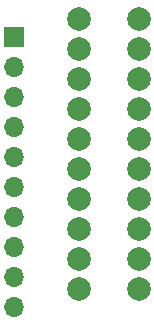
<source format=gts>
G04 #@! TF.GenerationSoftware,KiCad,Pcbnew,7.0.7*
G04 #@! TF.CreationDate,2023-11-20T22:09:05+08:00*
G04 #@! TF.ProjectId,wago kf141v adapter,7761676f-206b-4663-9134-317620616461,rev?*
G04 #@! TF.SameCoordinates,Original*
G04 #@! TF.FileFunction,Soldermask,Top*
G04 #@! TF.FilePolarity,Negative*
%FSLAX46Y46*%
G04 Gerber Fmt 4.6, Leading zero omitted, Abs format (unit mm)*
G04 Created by KiCad (PCBNEW 7.0.7) date 2023-11-20 22:09:05*
%MOMM*%
%LPD*%
G01*
G04 APERTURE LIST*
%ADD10C,2.000000*%
%ADD11R,1.700000X1.700000*%
%ADD12O,1.700000X1.700000*%
G04 APERTURE END LIST*
D10*
X143931000Y-96885000D03*
X149011000Y-96885000D03*
X143931000Y-94345000D03*
X149011000Y-94345000D03*
X143931000Y-91805000D03*
X149011000Y-91805000D03*
X143931000Y-89265000D03*
X149011000Y-89265000D03*
X143931000Y-86725000D03*
X149011000Y-86725000D03*
X143931000Y-84185000D03*
X149011000Y-84185000D03*
X143931000Y-81645000D03*
X149011000Y-81645000D03*
X143931000Y-79105000D03*
X149011000Y-79105000D03*
X143931000Y-76565000D03*
X149011000Y-76565000D03*
X143931000Y-74025000D03*
X149011000Y-74025000D03*
D11*
X138430000Y-75570000D03*
D12*
X138430000Y-78110000D03*
X138430000Y-80650000D03*
X138430000Y-83190000D03*
X138430000Y-85730000D03*
X138430000Y-88270000D03*
X138430000Y-90810000D03*
X138430000Y-93350000D03*
X138430000Y-95890000D03*
X138430000Y-98430000D03*
M02*

</source>
